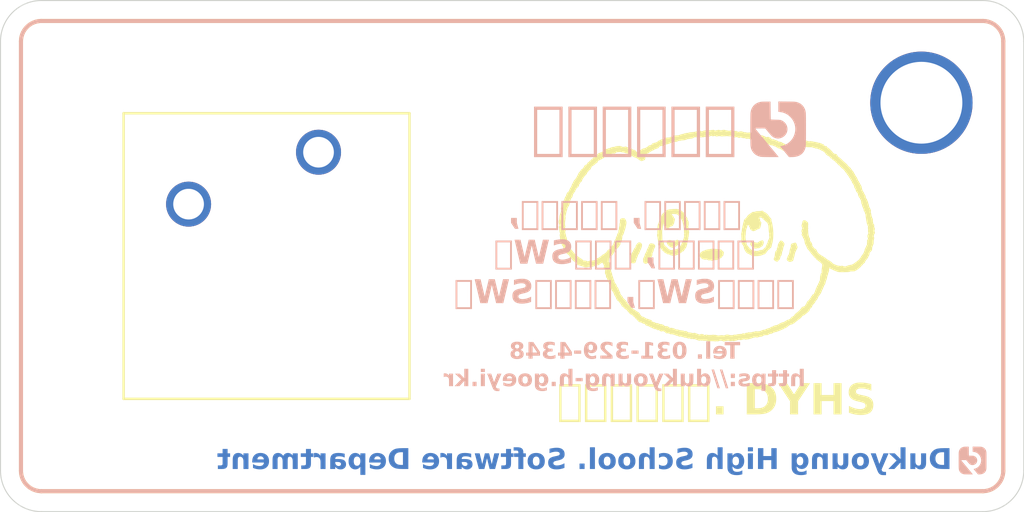
<source format=kicad_pcb>
(kicad_pcb (version 20240108) (generator "pcbnew") (generator_version "8.0")
  (layers (0 "F.Cu" signal) (31 "B.Cu" signal) (34 "B.Paste" user) (35 "F.Paste" user) (36 "B.SilkS" user "B.Silkscreen") (37 "F.SilkS" user "F.Silkscreen") (38 "B.Mask" user) (39 "F.Mask" user) (44 "Edge.Cuts" user))
  (net 0 "")
  (footprint "LOGO" (layer "F.Cu") (at 167.492302 105.18419)
    (property "Reference" "G***" (hide yes))
    (property "Value" "LOGO" (hide yes))
  )
  (footprint "Button_Switch_Keyboard:SW_Cherry_MX_1.00u_PCB" (layer "F.Cu") (at 147.54 99.42)
    (property "Reference" "SW1" (hide yes))
    (property "Value" "SW_Push" (hide yes))
    (pad "" np_thru_hole circle (at -7.62 5.08) (size 1.7 1.7) (drill 1.7) (layers "*.Cu" "*.Mask"))
    (pad "" np_thru_hole circle (at -2.54 5.08) (size 4 4) (drill 4) (layers "*.Cu" "*.Mask"))
    (pad "" np_thru_hole circle (at 2.54 5.08) (size 1.7 1.7) (drill 1.7) (layers "*.Cu" "*.Mask"))
    (pad "1" thru_hole circle (at 0 0) (size 2.2 2.2) (drill 1.5) (layers "*.Cu" "*.Mask"))
    (pad "2" thru_hole circle (at -6.35 2.54) (size 2.2 2.2) (drill 1.5) (layers "*.Cu" "*.Mask"))
  )
  (footprint "LOGO" (layer "B.Cu") (at 170 98.3 180)
    (property "Reference" "G***" (hide yes))
    (property "Value" "LOGO" (hide yes))
  )
  (footprint "LOGO" (layer "B.Cu") (at 179.5 114.5 180)
    (property "Reference" "G***" (hide yes))
    (property "Value" "LOGO" (hide yes))
  )
  (gr_line (start 181 94) (end 181 115) (stroke (width 0.2)) (layer "B.SilkS"))
  (gr_arc (start 180 93) (mid 180.707107 93.292893) (end 181 94) (stroke (width 0.2)) (layer "B.SilkS"))
  (gr_line (start 180 116) (end 134 116) (stroke (width 0.2)) (layer "B.SilkS"))
  (gr_arc (start 181 115) (mid 180.707107 115.707107) (end 180 116) (stroke (width 0.2)) (layer "B.SilkS"))
  (gr_arc (start 134 116) (mid 133.292892 115.707107) (end 133 115) (stroke (width 0.2)) (layer "B.SilkS"))
  (gr_line (start 133 115) (end 133 94) (stroke (width 0.2)) (layer "B.SilkS"))
  (gr_line (start 134 93) (end 180 93) (stroke (width 0.2)) (layer "B.SilkS"))
  (gr_arc (start 133 94) (mid 133.292893 93.292893) (end 134 93) (stroke (width 0.2)) (layer "B.SilkS"))
  (gr_line (start 180 116) (end 134 116) (stroke (width 0.2)) (layer "F.SilkS"))
  (gr_arc (start 134 116) (mid 133.292893 115.707107) (end 133 115) (stroke (width 0.2)) (layer "F.SilkS"))
  (gr_arc (start 133 94) (mid 133.292893 93.292893) (end 134 93) (stroke (width 0.2)) (layer "F.SilkS"))
  (gr_line (start 181 94) (end 181 115) (stroke (width 0.2)) (layer "F.SilkS"))
  (gr_arc (start 181 115) (mid 180.707107 115.707107) (end 180 116) (stroke (width 0.2)) (layer "F.SilkS"))
  (gr_line (start 133 115) (end 133 94) (stroke (width 0.2)) (layer "F.SilkS"))
  (gr_arc (start 180 93) (mid 180.707107 93.292893) (end 181 94) (stroke (width 0.2)) (layer "F.SilkS"))
  (gr_line (start 134 93) (end 180 93) (stroke (width 0.2)) (layer "F.SilkS"))
  (gr_arc (start 132 94) (mid 132.585786 92.585786) (end 134 92) (stroke (width 0.05)) (layer "Edge.Cuts"))
  (gr_line (start 132 115) (end 132 94) (stroke (width 0.05)) (layer "Edge.Cuts"))
  (gr_arc (start 134 117) (mid 132.585786 116.414214) (end 132 115) (stroke (width 0.05)) (layer "Edge.Cuts"))
  (gr_line (start 134 92) (end 180 92) (stroke (width 0.05)) (layer "Edge.Cuts"))
  (gr_line (start 182 94) (end 182 115) (stroke (width 0.05)) (layer "Edge.Cuts"))
  (gr_arc (start 180 92) (mid 181.414214 92.585786) (end 182 94) (stroke (width 0.05)) (layer "Edge.Cuts"))
  (gr_line (start 180 117) (end 134 117) (stroke (width 0.05)) (layer "Edge.Cuts"))
  (gr_arc (start 182 115) (mid 181.414214 116.414214) (end 180 117) (stroke (width 0.05)) (layer "Edge.Cuts"))
  (gr_text "소프트웨어부" (at 162.5 112.5 0) (layer "B.Cu") (effects (font (size 1.5 1.5) (thickness 0.3) (bold yes)) (justify left bottom)))
  (gr_text "소프트웨어부" (at 166.5 112.5 0) (layer "B.Cu") (effects (font (size 1.5 1.5) (thickness 0.3) (bold yes)) (justify left bottom mirror)))
  (gr_text "Dukyoung High School. Software Department" (at 178.5 114.5 0) (layer "B.Cu") (effects (font (size 1 1) (thickness 0.2) (bold yes)) (justify left mirror)))
  (gr_text "덕영고등학교" (at 168 99.5 0) (layer "B.SilkS") (effects (font (size 2 2) (thickness 0.3) (bold yes)) (justify left bottom mirror)))
  (gr_text "경영회계과, 빅데이터과,\n보건간호과, 그래픽SW과\n인공지능SW과, 정보보안SW과" (at 162.5 107 0) (layer "B.SilkS") (effects (font (size 1.15 1.15) (thickness 0.25) (bold yes)) (justify bottom mirror)))
  (gr_text "Tel. 031-329-4348\nhttps://dukyoung-h.goeyi.kr" (at 162.5 111 0) (layer "B.SilkS") (effects (font (size 0.8 0.8) (thickness 0.125) (bold yes)) (justify bottom mirror)))
  (gr_text "덕영고등학교. DYHS" (at 167 112.5 0) (layer "F.SilkS") (effects (font (size 1.5 1.5) (thickness 0.3) (bold yes)) (justify bottom)))
  (via (at 177 97) (size 5) (drill 4) (layers "F.Cu" "B.Cu") (net 0))
)
</source>
